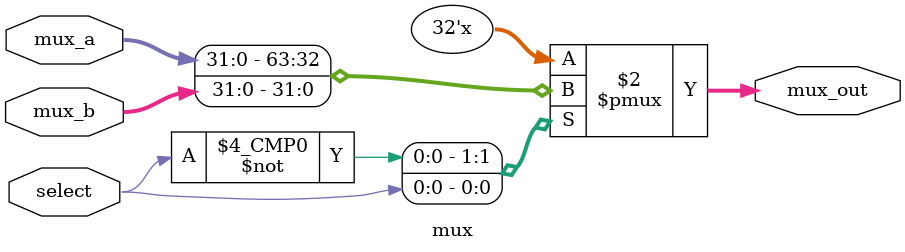
<source format=v>
`timescale 1ns / 1ps
module mux(
	input [31:0]mux_a,
	input [31:0]mux_b,
	output reg [31:0]mux_out,
	input select
);

always @ (*)
begin
	case(select)
		0: mux_out = mux_a;
		1: mux_out = mux_b;
		default: mux_out = 32'b0;
	endcase
	
end


endmodule

</source>
